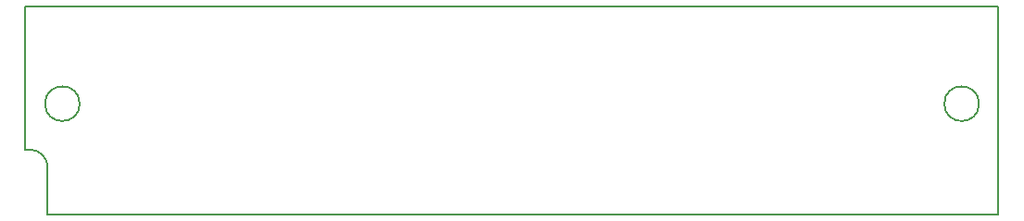
<source format=gm1>
G04 #@! TF.GenerationSoftware,KiCad,Pcbnew,(5.1.5-0-10_14)*
G04 #@! TF.CreationDate,2020-05-15T18:10:59-04:00*
G04 #@! TF.ProjectId,simm-30-4mb,73696d6d-2d33-4302-9d34-6d622e6b6963,rev?*
G04 #@! TF.SameCoordinates,Original*
G04 #@! TF.FileFunction,Profile,NP*
%FSLAX46Y46*%
G04 Gerber Fmt 4.6, Leading zero omitted, Abs format (unit mm)*
G04 Created by KiCad (PCBNEW (5.1.5-0-10_14)) date 2020-05-15 18:10:59*
%MOMM*%
%LPD*%
G04 APERTURE LIST*
%ADD10C,0.200000*%
%ADD11C,0.150000*%
G04 APERTURE END LIST*
D10*
X76581000Y-95631000D02*
X76200000Y-95631000D01*
X78232000Y-101600000D02*
X78232000Y-97282000D01*
D11*
X81153000Y-91440000D02*
G75*
G03X81153000Y-91440000I-1587500J0D01*
G01*
X163322000Y-91440000D02*
G75*
G03X163322000Y-91440000I-1587500J0D01*
G01*
D10*
X76200000Y-95631000D02*
X76200000Y-82550000D01*
X76581000Y-95631000D02*
G75*
G02X78232000Y-97282000I0J-1651000D01*
G01*
X165100000Y-82550000D02*
X165100000Y-101600000D01*
X76200000Y-82550000D02*
X165100000Y-82550000D01*
X165100000Y-101600000D02*
X78232000Y-101600000D01*
M02*

</source>
